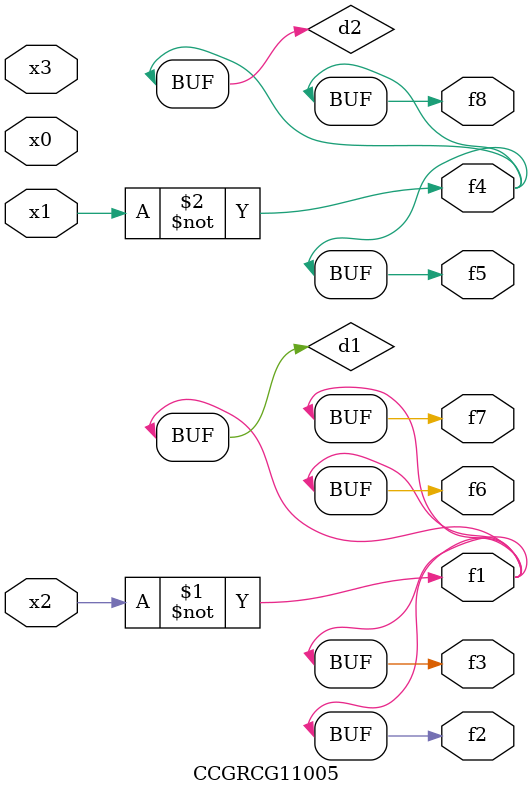
<source format=v>
module CCGRCG11005(
	input x0, x1, x2, x3,
	output f1, f2, f3, f4, f5, f6, f7, f8
);

	wire d1, d2;

	xnor (d1, x2);
	not (d2, x1);
	assign f1 = d1;
	assign f2 = d1;
	assign f3 = d1;
	assign f4 = d2;
	assign f5 = d2;
	assign f6 = d1;
	assign f7 = d1;
	assign f8 = d2;
endmodule

</source>
